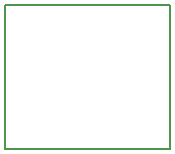
<source format=gbr>
%TF.GenerationSoftware,KiCad,Pcbnew,7.0.9*%
%TF.CreationDate,2023-11-12T11:40:10+01:00*%
%TF.ProjectId,CO2-PwrSupply,434f322d-5077-4725-9375-70706c792e6b,1.1*%
%TF.SameCoordinates,Original*%
%TF.FileFunction,Other,User*%
%FSLAX46Y46*%
G04 Gerber Fmt 4.6, Leading zero omitted, Abs format (unit mm)*
G04 Created by KiCad (PCBNEW 7.0.9) date 2023-11-12 11:40:10*
%MOMM*%
%LPD*%
G01*
G04 APERTURE LIST*
%ADD10C,0.150000*%
G04 APERTURE END LIST*
D10*
X38989000Y-29560000D02*
X52989000Y-29560000D01*
X52989000Y-41814000D01*
X38989000Y-41814000D01*
X38989000Y-29560000D01*
M02*

</source>
